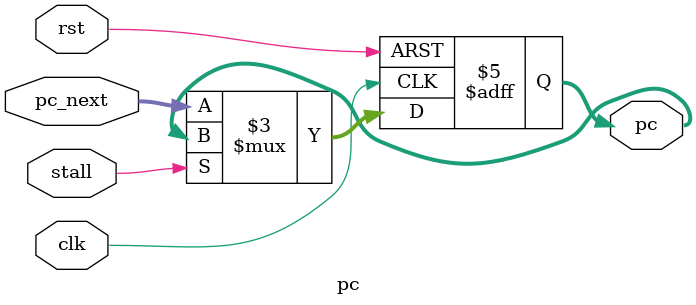
<source format=v>
module pc (
  input  wire clk,
  input  wire rst,
  input  wire stall,
  input  wire [31:0] pc_next,
  output reg  [31:0] pc
);

always @(posedge clk or posedge rst) begin
  if (rst)
    pc <= 32'd0;
  else if (!stall)
    pc <= pc_next;
end

endmodule

</source>
